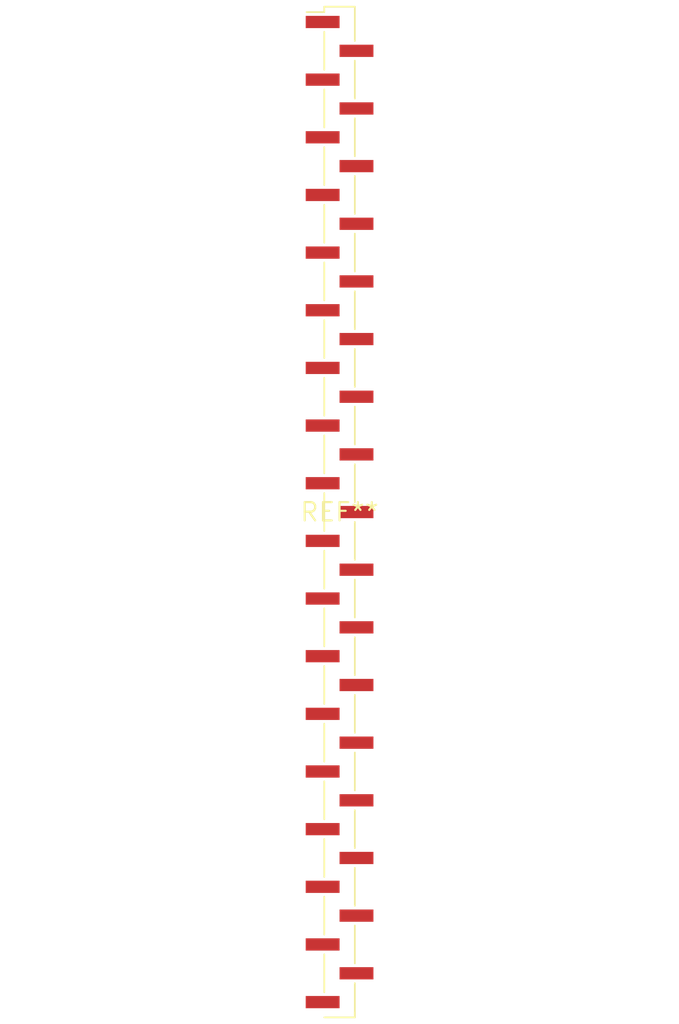
<source format=kicad_pcb>
(kicad_pcb (version 20240108) (generator pcbnew)
  (layers (0 "F.Cu" signal) (31 "B.Cu" signal) (34 "B.Paste" user) (35 "F.Paste" user) (36 "B.SilkS" user "B.Silkscreen") (37 "F.SilkS" user "F.Silkscreen") (38 "B.Mask" user) (39 "F.Mask" user) (44 "Edge.Cuts" user))
  (net 0 "")
  (footprint "PinHeader_1x35_P2.00mm_Vertical_SMD_Pin1Left" (layer "F.Cu") (at 0 0)
    (property "Reference" "REF**")
    (property "Value" "PinHeader_1x35_P2.00mm_Vertical_SMD_Pin1Left")
    (fp_line (start -1.06 -35.06) (end -1.06 -34.685) (layer "F.SilkS") (stroke (width 0.12)))
    (fp_line (start -1.06 -35.06) (end 1.06 -35.06) (layer "F.SilkS") (stroke (width 0.12)))
    (fp_line (start -1.06 -34.685) (end -2.29 -34.685) (layer "F.SilkS") (stroke (width 0.12)))
    (fp_line (start -1.06 -33.315) (end -1.06 -30.685) (layer "F.SilkS") (stroke (width 0.12)))
    (fp_line (start -1.06 -29.315) (end -1.06 -26.685) (layer "F.SilkS") (stroke (width 0.12)))
    (fp_line (start -1.06 -25.315) (end -1.06 -22.685) (layer "F.SilkS") (stroke (width 0.12)))
    (fp_line (start -1.06 -21.315) (end -1.06 -18.685) (layer "F.SilkS") (stroke (width 0.12)))
    (fp_line (start -1.06 -17.315) (end -1.06 -14.685) (layer "F.SilkS") (stroke (width 0.12)))
    (fp_line (start -1.06 -13.315) (end -1.06 -10.685) (layer "F.SilkS") (stroke (width 0.12)))
    (fp_line (start -1.06 -9.315) (end -1.06 -6.685) (layer "F.SilkS") (stroke (width 0.12)))
    (fp_line (start -1.06 -5.315) (end -1.06 -2.685) (layer "F.SilkS") (stroke (width 0.12)))
    (fp_line (start -1.06 -1.315) (end -1.06 1.315) (layer "F.SilkS") (stroke (width 0.12)))
    (fp_line (start -1.06 2.685) (end -1.06 5.315) (layer "F.SilkS") (stroke (width 0.12)))
    (fp_line (start -1.06 6.685) (end -1.06 9.315) (layer "F.SilkS") (stroke (width 0.12)))
    (fp_line (start -1.06 10.685) (end -1.06 13.315) (layer "F.SilkS") (stroke (width 0.12)))
    (fp_line (start -1.06 14.685) (end -1.06 17.315) (layer "F.SilkS") (stroke (width 0.12)))
    (fp_line (start -1.06 18.685) (end -1.06 21.315) (layer "F.SilkS") (stroke (width 0.12)))
    (fp_line (start -1.06 22.685) (end -1.06 25.315) (layer "F.SilkS") (stroke (width 0.12)))
    (fp_line (start -1.06 26.685) (end -1.06 29.315) (layer "F.SilkS") (stroke (width 0.12)))
    (fp_line (start -1.06 30.685) (end -1.06 33.315) (layer "F.SilkS") (stroke (width 0.12)))
    (fp_line (start -1.06 35.06) (end 1.06 35.06) (layer "F.SilkS") (stroke (width 0.12)))
    (fp_line (start 1.06 -35.06) (end 1.06 -32.685) (layer "F.SilkS") (stroke (width 0.12)))
    (fp_line (start 1.06 -31.315) (end 1.06 -28.685) (layer "F.SilkS") (stroke (width 0.12)))
    (fp_line (start 1.06 -27.315) (end 1.06 -24.685) (layer "F.SilkS") (stroke (width 0.12)))
    (fp_line (start 1.06 -23.315) (end 1.06 -20.685) (layer "F.SilkS") (stroke (width 0.12)))
    (fp_line (start 1.06 -19.315) (end 1.06 -16.685) (layer "F.SilkS") (stroke (width 0.12)))
    (fp_line (start 1.06 -15.315) (end 1.06 -12.685) (layer "F.SilkS") (stroke (width 0.12)))
    (fp_line (start 1.06 -11.315) (end 1.06 -8.685) (layer "F.SilkS") (stroke (width 0.12)))
    (fp_line (start 1.06 -7.315) (end 1.06 -4.685) (layer "F.SilkS") (stroke (width 0.12)))
    (fp_line (start 1.06 -3.315) (end 1.06 -0.685) (layer "F.SilkS") (stroke (width 0.12)))
    (fp_line (start 1.06 0.685) (end 1.06 3.315) (layer "F.SilkS") (stroke (width 0.12)))
    (fp_line (start 1.06 4.685) (end 1.06 7.315) (layer "F.SilkS") (stroke (width 0.12)))
    (fp_line (start 1.06 8.685) (end 1.06 11.315) (layer "F.SilkS") (stroke (width 0.12)))
    (fp_line (start 1.06 12.685) (end 1.06 15.315) (layer "F.SilkS") (stroke (width 0.12)))
    (fp_line (start 1.06 16.685) (end 1.06 19.315) (layer "F.SilkS") (stroke (width 0.12)))
    (fp_line (start 1.06 20.685) (end 1.06 23.315) (layer "F.SilkS") (stroke (width 0.12)))
    (fp_line (start 1.06 24.685) (end 1.06 27.315) (layer "F.SilkS") (stroke (width 0.12)))
    (fp_line (start 1.06 28.685) (end 1.06 31.315) (layer "F.SilkS") (stroke (width 0.12)))
    (fp_line (start 1.06 32.685) (end 1.06 35.06) (layer "F.SilkS") (stroke (width 0.12)))
    (fp_line (start 1.06 34.685) (end 1.06 35.06) (layer "F.SilkS") (stroke (width 0.12)))
    (pad "1" smd rect (at -1.175 -34) (size 2.35 0.85) (layers "F.Cu" "F.Paste" "F.Mask"))
    (pad "2" smd rect (at 1.175 -32) (size 2.35 0.85) (layers "F.Cu" "F.Paste" "F.Mask"))
    (pad "3" smd rect (at -1.175 -30) (size 2.35 0.85) (layers "F.Cu" "F.Paste" "F.Mask"))
    (pad "4" smd rect (at 1.175 -28) (size 2.35 0.85) (layers "F.Cu" "F.Paste" "F.Mask"))
    (pad "5" smd rect (at -1.175 -26) (size 2.35 0.85) (layers "F.Cu" "F.Paste" "F.Mask"))
    (pad "6" smd rect (at 1.175 -24) (size 2.35 0.85) (layers "F.Cu" "F.Paste" "F.Mask"))
    (pad "7" smd rect (at -1.175 -22) (size 2.35 0.85) (layers "F.Cu" "F.Paste" "F.Mask"))
    (pad "8" smd rect (at 1.175 -20) (size 2.35 0.85) (layers "F.Cu" "F.Paste" "F.Mask"))
    (pad "9" smd rect (at -1.175 -18) (size 2.35 0.85) (layers "F.Cu" "F.Paste" "F.Mask"))
    (pad "10" smd rect (at 1.175 -16) (size 2.35 0.85) (layers "F.Cu" "F.Paste" "F.Mask"))
    (pad "11" smd rect (at -1.175 -14) (size 2.35 0.85) (layers "F.Cu" "F.Paste" "F.Mask"))
    (pad "12" smd rect (at 1.175 -12) (size 2.35 0.85) (layers "F.Cu" "F.Paste" "F.Mask"))
    (pad "13" smd rect (at -1.175 -10) (size 2.35 0.85) (layers "F.Cu" "F.Paste" "F.Mask"))
    (pad "14" smd rect (at 1.175 -8) (size 2.35 0.85) (layers "F.Cu" "F.Paste" "F.Mask"))
    (pad "15" smd rect (at -1.175 -6) (size 2.35 0.85) (layers "F.Cu" "F.Paste" "F.Mask"))
    (pad "16" smd rect (at 1.175 -4) (size 2.35 0.85) (layers "F.Cu" "F.Paste" "F.Mask"))
    (pad "17" smd rect (at -1.175 -2) (size 2.35 0.85) (layers "F.Cu" "F.Paste" "F.Mask"))
    (pad "18" smd rect (at 1.175 0) (size 2.35 0.85) (layers "F.Cu" "F.Paste" "F.Mask"))
    (pad "19" smd rect (at -1.175 2) (size 2.35 0.85) (layers "F.Cu" "F.Paste" "F.Mask"))
    (pad "20" smd rect (at 1.175 4) (size 2.35 0.85) (layers "F.Cu" "F.Paste" "F.Mask"))
    (pad "21" smd rect (at -1.175 6) (size 2.35 0.85) (layers "F.Cu" "F.Paste" "F.Mask"))
    (pad "22" smd rect (at 1.175 8) (size 2.35 0.85) (layers "F.Cu" "F.Paste" "F.Mask"))
    (pad "23" smd rect (at -1.175 10) (size 2.35 0.85) (layers "F.Cu" "F.Paste" "F.Mask"))
    (pad "24" smd rect (at 1.175 12) (size 2.35 0.85) (layers "F.Cu" "F.Paste" "F.Mask"))
    (pad "25" smd rect (at -1.175 14) (size 2.35 0.85) (layers "F.Cu" "F.Paste" "F.Mask"))
    (pad "26" smd rect (at 1.175 16) (size 2.35 0.85) (layers "F.Cu" "F.Paste" "F.Mask"))
    (pad "27" smd rect (at -1.175 18) (size 2.35 0.85) (layers "F.Cu" "F.Paste" "F.Mask"))
    (pad "28" smd rect (at 1.175 20) (size 2.35 0.85) (layers "F.Cu" "F.Paste" "F.Mask"))
    (pad "29" smd rect (at -1.175 22) (size 2.35 0.85) (layers "F.Cu" "F.Paste" "F.Mask"))
    (pad "30" smd rect (at 1.175 24) (size 2.35 0.85) (layers "F.Cu" "F.Paste" "F.Mask"))
    (pad "31" smd rect (at -1.175 26) (size 2.35 0.85) (layers "F.Cu" "F.Paste" "F.Mask"))
    (pad "32" smd rect (at 1.175 28) (size 2.35 0.85) (layers "F.Cu" "F.Paste" "F.Mask"))
    (pad "33" smd rect (at -1.175 30) (size 2.35 0.85) (layers "F.Cu" "F.Paste" "F.Mask"))
    (pad "34" smd rect (at 1.175 32) (size 2.35 0.85) (layers "F.Cu" "F.Paste" "F.Mask"))
    (pad "35" smd rect (at -1.175 34) (size 2.35 0.85) (layers "F.Cu" "F.Paste" "F.Mask"))
  )
)
</source>
